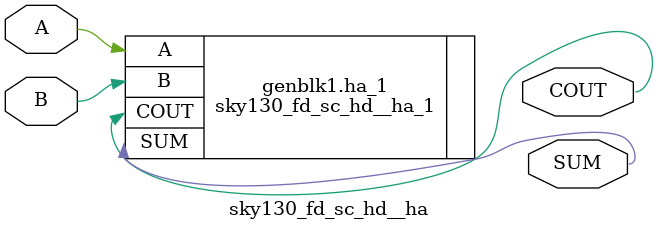
<source format=v>
`default_nettype none

module sky130_fd_sc_hd__ha #(
    parameter integer DRIVE_LEVEL = 1
) (
    COUT,
    SUM ,
    A   ,
    B
);

    // Module ports
    output COUT;
    output SUM ;
    input  A   ;
    input  B   ;

    generate
        if (DRIVE_LEVEL == 1) begin
            sky130_fd_sc_hd__ha_1 ha_1 (
`ifdef USE_POWER_PINS
                .VPWR    (1'b1),
                .VGND    (1'b0),
                .VPB     (1'b1),
                .VNB     (1'b0),
`endif
                .COUT    (COUT),
                .SUM     (SUM),
                .A       (A),
                .B       (B)
            );
        end else if (DRIVE_LEVEL == 2) begin
            sky130_fd_sc_hd__ha_2 ha_2 (
`ifdef USE_POWER_PINS
                .VPWR    (1'b1),
                .VGND    (1'b0),
                .VPB     (1'b1),
                .VNB     (1'b0),
`endif
                .COUT    (COUT),
                .SUM     (SUM),
                .A       (A),
                .B       (B)
            );
        end else if (DRIVE_LEVEL == 4) begin
            sky130_fd_sc_hd__ha_4 ha_4 (
`ifdef USE_POWER_PINS
                .VPWR    (1'b1),
                .VGND    (1'b0),
                .VPB     (1'b1),
                .VNB     (1'b0),
`endif
                .COUT    (COUT),
                .SUM     (SUM),
                .A       (A),
                .B       (B)
            );
        end else begin
            // Check sky130 cell library for your requirement and add case
            $error("DRIVE_LEVEL=%d is not implemented for sky130_fd_sc_hd__ha", DRIVE_LEVEL);
        end
    endgenerate

endmodule

</source>
